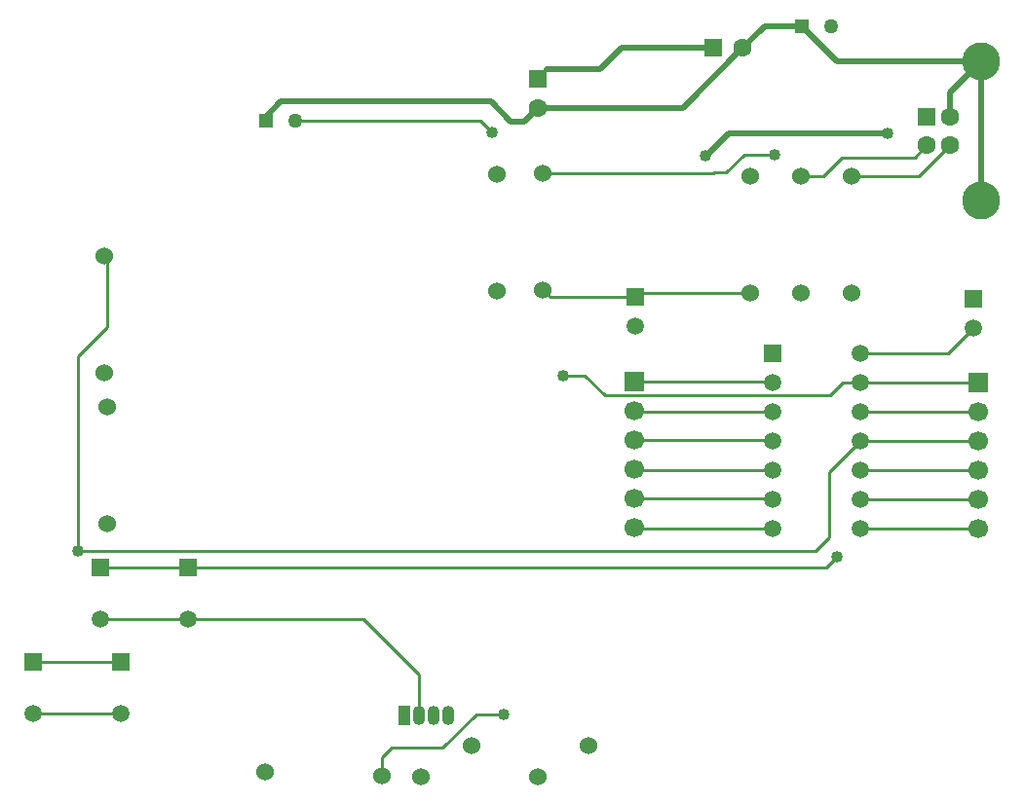
<source format=gbr>
G04 DipTrace 3.0.0.2*
G04 Bottom.gbr*
%MOMM*%
G04 #@! TF.FileFunction,Copper,L2,Bot*
G04 #@! TF.Part,Single*
G04 #@! TA.AperFunction,Conductor*
%ADD13C,0.254*%
%ADD14C,0.508*%
G04 #@! TA.AperFunction,ComponentPad*
%ADD17C,1.6*%
%ADD18R,1.6X1.6*%
%ADD19C,1.27*%
%ADD20R,1.27X1.27*%
%ADD21O,1.05X1.7*%
%ADD22R,1.05X1.7*%
%ADD23R,1.5X1.5*%
%ADD24C,1.5*%
%ADD25R,1.7X1.7*%
%ADD26C,1.7*%
%ADD27C,1.6*%
%ADD28C,3.3*%
%ADD29C,1.524*%
%ADD30C,1.524*%
%ADD32C,1.5*%
G04 #@! TA.AperFunction,ViaPad*
%ADD36C,1.016*%
%FSLAX35Y35*%
G04*
G71*
G90*
G75*
G01*
G04 Bottom*
%LPD*%
X6560007Y4590307D2*
D13*
X7748317D1*
X7758903Y4579720D1*
Y4325720D2*
X6570593D1*
X6560007Y4336307D1*
Y4082307D2*
X7748317D1*
X7758903Y4071720D1*
Y3817720D2*
X6570593D1*
X6560007Y3828307D1*
Y3574307D2*
X7748317D1*
X7758903Y3563720D1*
Y3309720D2*
X6570593D1*
X6560007Y3320307D1*
X9549330Y3313887D2*
X8525070D1*
X8520903Y3309720D1*
X9549330Y4329887D2*
X8525070D1*
X8520903Y4325720D1*
X1921463Y2972880D2*
X2683463D1*
X8225380D1*
X8315607Y3063107D1*
X9549330Y4075887D2*
X8525070D1*
X8520903Y4071720D1*
X1332147Y2151623D2*
X2094147D1*
X1723390Y3113590D2*
Y4809930D1*
X1972967Y5059507D1*
Y5658987D1*
X1953120Y5678833D1*
X1723390Y3113590D2*
X8133567D1*
X8252763Y3232787D1*
Y3803580D1*
X8520903Y4071720D1*
Y3563720D2*
X9545163D1*
X9549330Y3567887D1*
X8520903Y4579720D2*
X9545163D1*
X9549330Y4583887D1*
X8520903Y4579720D2*
X8368910D1*
X8256010Y4466820D1*
X6305987D1*
X6128817Y4643990D1*
X5942920D1*
X2094147Y1701623D2*
X1332147D1*
X1921463Y2522880D2*
X2683463D1*
X4201873D1*
X4687170Y2037583D1*
Y1686944D1*
X4683500Y1683273D1*
X6562600Y5324030D2*
X5828040D1*
X5763250Y5388820D1*
X7563300Y5360180D2*
X6598750D1*
X6562600Y5324030D1*
X7246527Y7489947D2*
D14*
X6450160D1*
X6264613Y7304400D1*
X5799117D1*
D13*
X5717750Y7223033D1*
X8520903Y4833720D2*
X9285157D1*
X9505810Y5054373D1*
X9568663Y7371780D2*
D14*
Y6167780D1*
X9297663Y6894780D2*
Y7100780D1*
X9568663Y7371780D1*
X8318860D1*
X8013857Y7676783D1*
X7687363D1*
X7500527Y7489947D1*
X5717750Y6969033D2*
X6979613D1*
X7500527Y7489947D1*
X3352883Y6855393D2*
Y6894770D1*
X3481900Y7023787D1*
X5308610D1*
X5482917Y6849480D1*
X5598197D1*
X5717750Y6969033D1*
X5763250Y6404820D2*
D13*
X7244747D1*
X7250340Y6410413D1*
X7355107D1*
X7510833Y6566140D1*
X7777557D1*
X3606883Y6855393D2*
X5222027D1*
X5324330Y6753090D1*
X8002270Y6380007D2*
X8198033D1*
X8356333Y6538307D1*
X8991190D1*
X9097663Y6644780D1*
X8442907Y6378413D2*
X9031297D1*
X9297663Y6644780D1*
X7171487Y6552017D2*
D14*
X7183293D1*
X7380230Y6748953D1*
X8757540D1*
X8520903Y3817720D2*
D13*
X9545163D1*
X9549330Y3821887D1*
X5424970Y1696733D2*
X5183540D1*
X4890073Y1403267D1*
X4445620D1*
X4365813Y1323459D1*
Y1163553D1*
D36*
X8315607Y3063107D3*
X1723390Y3113590D3*
D3*
X5942920Y4643990D3*
X7777557Y6566140D3*
X5324330Y6753090D3*
X7171487Y6552017D3*
X8757540Y6748953D3*
X5424970Y1696733D3*
D17*
X5717750Y6969033D3*
D18*
Y7223033D3*
D17*
X7500527Y7489947D3*
D18*
X7246527D3*
D19*
X8267857Y7676783D3*
D20*
X8013857D3*
D19*
X3606883Y6855393D3*
D20*
X3352883D3*
D21*
X4937500Y1683273D3*
X4683500D3*
D22*
X4556500D3*
D21*
X4810500D3*
D23*
X6562600Y5324030D3*
D24*
Y5070030D3*
D23*
X9505810Y5308373D3*
D24*
Y5054373D3*
D25*
X9549330Y4583887D3*
D26*
Y4329887D3*
Y4075887D3*
Y3821887D3*
Y3567887D3*
Y3313887D3*
D25*
X6560007Y4590307D3*
D26*
Y4336307D3*
Y4082307D3*
Y3828307D3*
Y3574307D3*
Y3320307D3*
D18*
X9097663Y6894780D3*
D27*
Y6644780D3*
X9297663D3*
Y6894780D3*
D28*
X9568663Y6167780D3*
Y7371780D3*
D29*
X5763250Y5388820D3*
D30*
Y6404820D3*
D29*
X5365023Y5377870D3*
D30*
Y6393870D3*
D29*
X1953120Y5678833D3*
D30*
Y4662833D3*
D29*
X1972533Y4371337D3*
D30*
Y3355337D3*
D29*
X7563300Y5360180D3*
D30*
Y6376180D3*
D29*
X8002270Y6380007D3*
D30*
Y5364007D3*
D29*
X8442907Y6378413D3*
D30*
Y5362413D3*
D29*
X5144047Y1419140D3*
D30*
X6160047D3*
D29*
X4699593Y1149293D3*
D30*
X5715593D3*
D29*
X3350361Y1196914D3*
D30*
X4365813Y1163553D3*
D23*
X1921463Y2972880D3*
D32*
Y2522880D3*
X2683463D3*
D23*
Y2972880D3*
X1332147Y2151623D3*
D32*
Y1701623D3*
X2094147D3*
D23*
Y2151623D3*
X7758903Y4833720D3*
D24*
Y4579720D3*
Y4325720D3*
Y4071720D3*
Y3817720D3*
Y3563720D3*
Y3309720D3*
X8520903D3*
Y3563720D3*
Y3817720D3*
Y4071720D3*
Y4325720D3*
Y4579720D3*
Y4833720D3*
M02*

</source>
